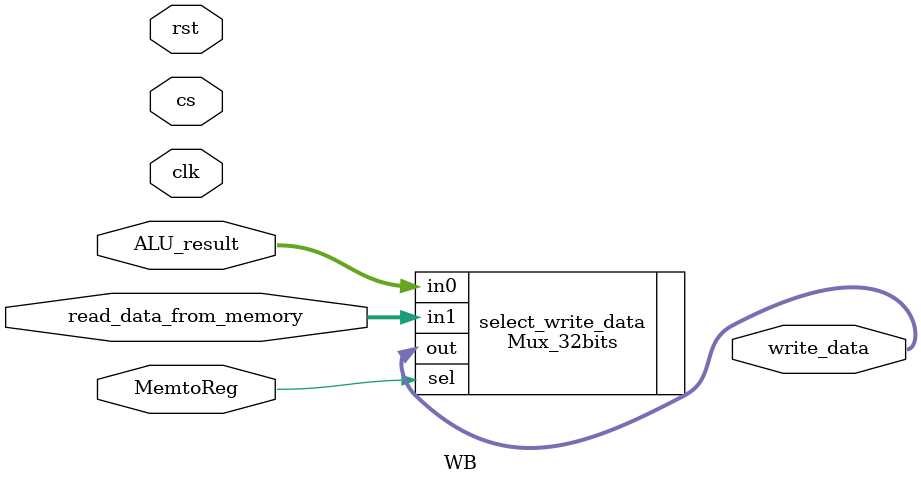
<source format=v>
`timescale 1ns / 1ps


module WB(
    output [31:0] write_data,
    input [31:0] ALU_result,
    input [31:0] read_data_from_memory,
    input MemtoReg,
    input [3:0] cs, // not used
    input clk, rst // not used
    );
    
    Mux_32bits select_write_data(
        .out(write_data),
        .in0(ALU_result),.in1(read_data_from_memory),
        .sel(MemtoReg)
        );
    
endmodule

</source>
